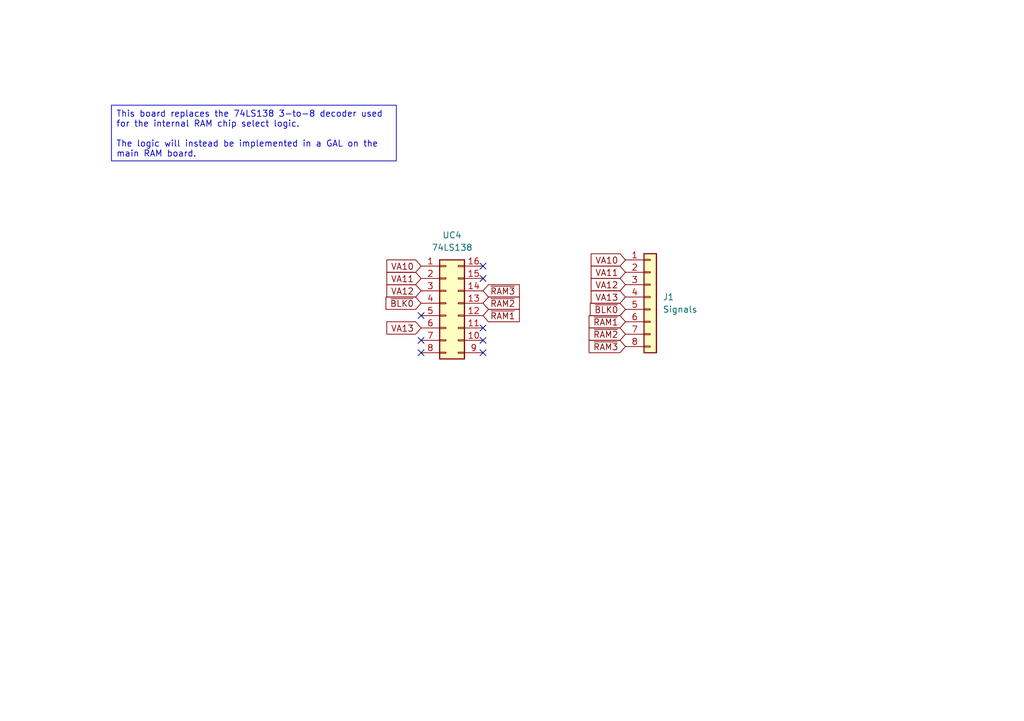
<source format=kicad_sch>
(kicad_sch (version 20250114) (generator "eeschema") (generator_version "9.0")
  (paper "A5")
  (title_block (title "Commodore VIC-20 32KB RAM Expansion,RAM Deocder") (date "14-May-2025") (rev "A") (company "Brett Hallen") (comment 1 "www.youtube.com/@Brfff"))
  (lib_symbols
    (symbol "Connector_Generic:Conn_01x08" (pin_names (offset 1.016) (hide yes))
      (property "Reference" "J" (at 0 10.16 0))
      (property "Value" "Conn_01x08" (at 0 -12.7 0))
      (symbol "Conn_01x08_1_1"
        (rectangle (start -1.27 8.89) (end 1.27 -11.43) (stroke (width 0.254)) (fill (type background)))
        (rectangle (start -1.27 7.747) (end 0 7.493) (stroke (width 0.1524)))
        (rectangle (start -1.27 5.207) (end 0 4.953) (stroke (width 0.1524)))
        (rectangle (start -1.27 2.667) (end 0 2.413) (stroke (width 0.1524)))
        (rectangle (start -1.27 0.127) (end 0 -0.127) (stroke (width 0.1524)))
        (rectangle (start -1.27 -2.413) (end 0 -2.667) (stroke (width 0.1524)))
        (rectangle (start -1.27 -4.953) (end 0 -5.207) (stroke (width 0.1524)))
        (rectangle (start -1.27 -7.493) (end 0 -7.747) (stroke (width 0.1524)))
        (rectangle (start -1.27 -10.033) (end 0 -10.287) (stroke (width 0.1524)))
        (pin passive line (at -5.08 7.62 0) (length 3.81) (name "Pin_1") (number "1"))
        (pin passive line (at -5.08 5.08 0) (length 3.81) (name "Pin_2") (number "2"))
        (pin passive line (at -5.08 2.54 0) (length 3.81) (name "Pin_3") (number "3"))
        (pin passive line (at -5.08 0 0) (length 3.81) (name "Pin_4") (number "4"))
        (pin passive line (at -5.08 -2.54 0) (length 3.81) (name "Pin_5") (number "5"))
        (pin passive line (at -5.08 -5.08 0) (length 3.81) (name "Pin_6") (number "6"))
        (pin passive line (at -5.08 -7.62 0) (length 3.81) (name "Pin_7") (number "7"))
        (pin passive line (at -5.08 -10.16 0) (length 3.81) (name "Pin_8") (number "8"))
      )
    )
    (symbol "Connector_Generic:Conn_02x08_Counter_Clockwise" (pin_names (offset 1.016) (hide yes))
      (property "Reference" "J" (at 1.27 10.16 0))
      (property "Value" "Conn_02x08_Counter_Clockwise" (at 1.27 -12.7 0))
      (symbol "Conn_02x08_Counter_Clockwise_1_1"
        (rectangle (start -1.27 8.89) (end 3.81 -11.43) (stroke (width 0.254)) (fill (type background)))
        (rectangle (start -1.27 7.747) (end 0 7.493) (stroke (width 0.1524)))
        (rectangle (start -1.27 5.207) (end 0 4.953) (stroke (width 0.1524)))
        (rectangle (start -1.27 2.667) (end 0 2.413) (stroke (width 0.1524)))
        (rectangle (start -1.27 0.127) (end 0 -0.127) (stroke (width 0.1524)))
        (rectangle (start -1.27 -2.413) (end 0 -2.667) (stroke (width 0.1524)))
        (rectangle (start -1.27 -4.953) (end 0 -5.207) (stroke (width 0.1524)))
        (rectangle (start -1.27 -7.493) (end 0 -7.747) (stroke (width 0.1524)))
        (rectangle (start -1.27 -10.033) (end 0 -10.287) (stroke (width 0.1524)))
        (rectangle (start 3.81 7.747) (end 2.54 7.493) (stroke (width 0.1524)))
        (rectangle (start 3.81 5.207) (end 2.54 4.953) (stroke (width 0.1524)))
        (rectangle (start 3.81 2.667) (end 2.54 2.413) (stroke (width 0.1524)))
        (rectangle (start 3.81 0.127) (end 2.54 -0.127) (stroke (width 0.1524)))
        (rectangle (start 3.81 -2.413) (end 2.54 -2.667) (stroke (width 0.1524)))
        (rectangle (start 3.81 -4.953) (end 2.54 -5.207) (stroke (width 0.1524)))
        (rectangle (start 3.81 -7.493) (end 2.54 -7.747) (stroke (width 0.1524)))
        (rectangle (start 3.81 -10.033) (end 2.54 -10.287) (stroke (width 0.1524)))
        (pin passive line (at -5.08 7.62 0) (length 3.81) (name "Pin_1") (number "1"))
        (pin passive line (at -5.08 5.08 0) (length 3.81) (name "Pin_2") (number "2"))
        (pin passive line (at -5.08 2.54 0) (length 3.81) (name "Pin_3") (number "3"))
        (pin passive line (at -5.08 0 0) (length 3.81) (name "Pin_4") (number "4"))
        (pin passive line (at -5.08 -2.54 0) (length 3.81) (name "Pin_5") (number "5"))
        (pin passive line (at -5.08 -5.08 0) (length 3.81) (name "Pin_6") (number "6"))
        (pin passive line (at -5.08 -7.62 0) (length 3.81) (name "Pin_7") (number "7"))
        (pin passive line (at -5.08 -10.16 0) (length 3.81) (name "Pin_8") (number "8"))
        (pin passive line (at 7.62 7.62 180) (length 3.81) (name "Pin_16") (number "16"))
        (pin passive line (at 7.62 5.08 180) (length 3.81) (name "Pin_15") (number "15"))
        (pin passive line (at 7.62 2.54 180) (length 3.81) (name "Pin_14") (number "14"))
        (pin passive line (at 7.62 0 180) (length 3.81) (name "Pin_13") (number "13"))
        (pin passive line (at 7.62 -2.54 180) (length 3.81) (name "Pin_12") (number "12"))
        (pin passive line (at 7.62 -5.08 180) (length 3.81) (name "Pin_11") (number "11"))
        (pin passive line (at 7.62 -7.62 180) (length 3.81) (name "Pin_10") (number "10"))
        (pin passive line (at 7.62 -10.16 180) (length 3.81) (name "Pin_9") (number "9"))
      )
    )
  )
  (text_box "This board replaces the 74LS138 3-to-8 decoder used for the internal RAM chip select logic.\n\nThe logic will instead be implemented in a GAL on the main RAM board." (at 22.86 21.59 0) (size 58.42 11.43) (margins 0.9525 0.9525 0.9525 0.9525) (effects (font (size 1.27 1.27)) (justify left top)))
  (no_connect (at 99.06 67.31))
  (no_connect (at 99.06 69.85))
  (no_connect (at 86.36 69.85))
  (no_connect (at 99.06 54.61))
  (no_connect (at 99.06 72.39))
  (no_connect (at 99.06 57.15))
  (no_connect (at 86.36 64.77))
  (no_connect (at 86.36 72.39))
  (global_label "VA10" (shape input) (at 86.36 54.61 180) (property "Intersheetrefs" "${INTERSHEET_REFS}" (effects (hide yes))))
  (global_label "VA11" (shape input) (at 128.27 55.88 180) (property "Intersheetrefs" "${INTERSHEET_REFS}" (effects (hide yes))))
  (global_label "~{RAM2}" (shape input) (at 99.06 62.23 0) (property "Intersheetrefs" "${INTERSHEET_REFS}" (effects (hide yes))))
  (global_label "VA12" (shape input) (at 86.36 59.69 180) (property "Intersheetrefs" "${INTERSHEET_REFS}" (effects (hide yes))))
  (global_label "~{BLK0}" (shape input) (at 128.27 63.5 180) (property "Intersheetrefs" "${INTERSHEET_REFS}" (effects (hide yes))))
  (global_label "~{RAM2}" (shape input) (at 128.27 68.58 180) (property "Intersheetrefs" "${INTERSHEET_REFS}" (effects (hide yes))))
  (global_label "VA12" (shape input) (at 128.27 58.42 180) (property "Intersheetrefs" "${INTERSHEET_REFS}" (effects (hide yes))))
  (global_label "VA10" (shape input) (at 128.27 53.34 180) (property "Intersheetrefs" "${INTERSHEET_REFS}" (effects (hide yes))))
  (global_label "~{RAM3}" (shape input) (at 99.06 59.69 0) (property "Intersheetrefs" "${INTERSHEET_REFS}" (effects (hide yes))))
  (global_label "VA11" (shape input) (at 86.36 57.15 180) (property "Intersheetrefs" "${INTERSHEET_REFS}" (effects (hide yes))))
  (global_label "~{RAM1}" (shape input) (at 99.06 64.77 0) (property "Intersheetrefs" "${INTERSHEET_REFS}" (effects (hide yes))))
  (global_label "VA13" (shape input) (at 86.36 67.31 180) (property "Intersheetrefs" "${INTERSHEET_REFS}" (effects (hide yes))))
  (global_label "VA13" (shape input) (at 128.27 60.96 180) (property "Intersheetrefs" "${INTERSHEET_REFS}" (effects (hide yes))))
  (global_label "~{RAM1}" (shape input) (at 128.27 66.04 180) (property "Intersheetrefs" "${INTERSHEET_REFS}" (effects (hide yes))))
  (global_label "~{BLK0}" (shape input) (at 86.36 62.23 180) (property "Intersheetrefs" "${INTERSHEET_REFS}" (effects (hide yes))))
  (global_label "~{RAM3}" (shape input) (at 128.27 71.12 180) (property "Intersheetrefs" "${INTERSHEET_REFS}" (effects (hide yes))))
  (symbol (lib_id "Connector_Generic:Conn_02x08_Counter_Clockwise") (at 91.44 62.23 0) (unit 1)
    (property "Reference" "UC4" (at 92.71 48.26 0))
    (property "Value" "74LS138" (at 92.71 50.8 0))
    (property "Footprint" "Package_DIP:DIP-16_W7.62mm" (effects (hide yes)))
    (property "Description" "Generic connector, double row, 02x08, counter clockwise pin numbering scheme (similar to DIP package numbering), script generated (kicad-library-utils/schlib/autogen/connector/)" (effects (hide yes)))
  )
  (symbol (lib_id "Connector_Generic:Conn_01x08") (at 133.35 60.96 0) (unit 1)
    (property "Reference" "J1" (at 135.89 60.9599 0) (effects (justify left)))
    (property "Value" "Signals" (at 135.89 63.4999 0) (effects (justify left)))
    (property "Footprint" "Connector_PinHeader_2.54mm:PinHeader_1x08_P2.54mm_Vertical" (effects (hide yes)))
    (property "Description" "Generic connector, single row, 01x08, script generated (kicad-library-utils/schlib/autogen/connector/)" (effects (hide yes)))
  )
)
</source>
